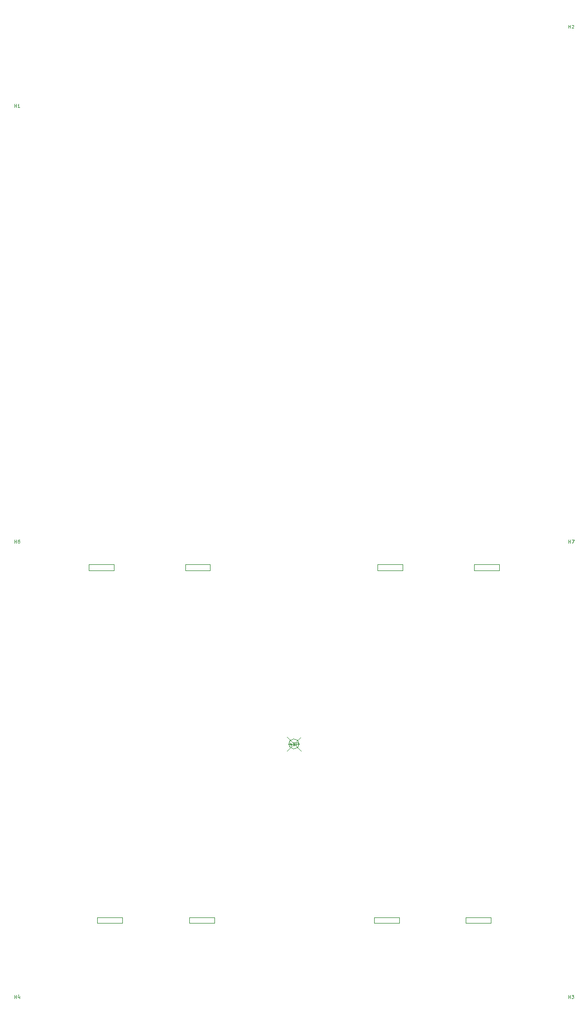
<source format=gbr>
%TF.GenerationSoftware,KiCad,Pcbnew,9.0.4*%
%TF.CreationDate,2025-09-18T15:00:00+02:00*%
%TF.ProjectId,blackpants,626c6163-6b70-4616-9e74-732e6b696361,V2.5*%
%TF.SameCoordinates,Original*%
%TF.FileFunction,AssemblyDrawing,Top*%
%FSLAX46Y46*%
G04 Gerber Fmt 4.6, Leading zero omitted, Abs format (unit mm)*
G04 Created by KiCad (PCBNEW 9.0.4) date 2025-09-18 15:00:00*
%MOMM*%
%LPD*%
G01*
G04 APERTURE LIST*
%ADD10C,0.125000*%
%ADD11C,0.070000*%
%ADD12C,0.100000*%
G04 APERTURE END LIST*
D10*
X116619047Y-30224809D02*
X116619047Y-29724809D01*
X116619047Y-29962904D02*
X116904761Y-29962904D01*
X116904761Y-30224809D02*
X116904761Y-29724809D01*
X117119048Y-29772428D02*
X117142857Y-29748619D01*
X117142857Y-29748619D02*
X117190476Y-29724809D01*
X117190476Y-29724809D02*
X117309524Y-29724809D01*
X117309524Y-29724809D02*
X117357143Y-29748619D01*
X117357143Y-29748619D02*
X117380952Y-29772428D01*
X117380952Y-29772428D02*
X117404762Y-29820047D01*
X117404762Y-29820047D02*
X117404762Y-29867666D01*
X117404762Y-29867666D02*
X117380952Y-29939095D01*
X117380952Y-29939095D02*
X117095238Y-30224809D01*
X117095238Y-30224809D02*
X117404762Y-30224809D01*
X32619047Y-42224809D02*
X32619047Y-41724809D01*
X32619047Y-41962904D02*
X32904761Y-41962904D01*
X32904761Y-42224809D02*
X32904761Y-41724809D01*
X33404762Y-42224809D02*
X33119048Y-42224809D01*
X33261905Y-42224809D02*
X33261905Y-41724809D01*
X33261905Y-41724809D02*
X33214286Y-41796238D01*
X33214286Y-41796238D02*
X33166667Y-41843857D01*
X33166667Y-41843857D02*
X33119048Y-41867666D01*
X116619047Y-108224809D02*
X116619047Y-107724809D01*
X116619047Y-107962904D02*
X116904761Y-107962904D01*
X116904761Y-108224809D02*
X116904761Y-107724809D01*
X117095238Y-107724809D02*
X117428571Y-107724809D01*
X117428571Y-107724809D02*
X117214286Y-108224809D01*
X32619047Y-108224809D02*
X32619047Y-107724809D01*
X32619047Y-107962904D02*
X32904761Y-107962904D01*
X32904761Y-108224809D02*
X32904761Y-107724809D01*
X33357143Y-107724809D02*
X33261905Y-107724809D01*
X33261905Y-107724809D02*
X33214286Y-107748619D01*
X33214286Y-107748619D02*
X33190476Y-107772428D01*
X33190476Y-107772428D02*
X33142857Y-107843857D01*
X33142857Y-107843857D02*
X33119048Y-107939095D01*
X33119048Y-107939095D02*
X33119048Y-108129571D01*
X33119048Y-108129571D02*
X33142857Y-108177190D01*
X33142857Y-108177190D02*
X33166667Y-108201000D01*
X33166667Y-108201000D02*
X33214286Y-108224809D01*
X33214286Y-108224809D02*
X33309524Y-108224809D01*
X33309524Y-108224809D02*
X33357143Y-108201000D01*
X33357143Y-108201000D02*
X33380952Y-108177190D01*
X33380952Y-108177190D02*
X33404762Y-108129571D01*
X33404762Y-108129571D02*
X33404762Y-108010523D01*
X33404762Y-108010523D02*
X33380952Y-107962904D01*
X33380952Y-107962904D02*
X33357143Y-107939095D01*
X33357143Y-107939095D02*
X33309524Y-107915285D01*
X33309524Y-107915285D02*
X33214286Y-107915285D01*
X33214286Y-107915285D02*
X33166667Y-107939095D01*
X33166667Y-107939095D02*
X33142857Y-107962904D01*
X33142857Y-107962904D02*
X33119048Y-108010523D01*
X75619047Y-138962468D02*
X75619047Y-138557706D01*
X75619047Y-138557706D02*
X75595237Y-138510087D01*
X75595237Y-138510087D02*
X75571428Y-138486278D01*
X75571428Y-138486278D02*
X75523809Y-138462468D01*
X75523809Y-138462468D02*
X75428571Y-138462468D01*
X75428571Y-138462468D02*
X75380952Y-138486278D01*
X75380952Y-138486278D02*
X75357142Y-138510087D01*
X75357142Y-138510087D02*
X75333333Y-138557706D01*
X75333333Y-138557706D02*
X75333333Y-138962468D01*
X74833332Y-138462468D02*
X75119046Y-138462468D01*
X74976189Y-138462468D02*
X74976189Y-138962468D01*
X74976189Y-138962468D02*
X75023808Y-138891039D01*
X75023808Y-138891039D02*
X75071427Y-138843420D01*
X75071427Y-138843420D02*
X75119046Y-138819611D01*
X74404761Y-138795801D02*
X74404761Y-138462468D01*
X74523809Y-138986278D02*
X74642856Y-138629135D01*
X74642856Y-138629135D02*
X74333333Y-138629135D01*
X75806547Y-138725594D02*
X74150591Y-138725594D01*
X32619047Y-177224809D02*
X32619047Y-176724809D01*
X32619047Y-176962904D02*
X32904761Y-176962904D01*
X32904761Y-177224809D02*
X32904761Y-176724809D01*
X33357143Y-176891476D02*
X33357143Y-177224809D01*
X33238095Y-176701000D02*
X33119048Y-177058142D01*
X33119048Y-177058142D02*
X33428571Y-177058142D01*
X116619047Y-177224809D02*
X116619047Y-176724809D01*
X116619047Y-176962904D02*
X116904761Y-176962904D01*
X116904761Y-177224809D02*
X116904761Y-176724809D01*
X117095238Y-176724809D02*
X117404762Y-176724809D01*
X117404762Y-176724809D02*
X117238095Y-176915285D01*
X117238095Y-176915285D02*
X117309524Y-176915285D01*
X117309524Y-176915285D02*
X117357143Y-176939095D01*
X117357143Y-176939095D02*
X117380952Y-176962904D01*
X117380952Y-176962904D02*
X117404762Y-177010523D01*
X117404762Y-177010523D02*
X117404762Y-177129571D01*
X117404762Y-177129571D02*
X117380952Y-177177190D01*
X117380952Y-177177190D02*
X117357143Y-177201000D01*
X117357143Y-177201000D02*
X117309524Y-177224809D01*
X117309524Y-177224809D02*
X117166667Y-177224809D01*
X117166667Y-177224809D02*
X117119048Y-177201000D01*
X117119048Y-177201000D02*
X117095238Y-177177190D01*
D11*
%TO.C,D15*%
X45156202Y-164959999D02*
X48956202Y-164959999D01*
X45156202Y-165859999D02*
X45156202Y-164959999D01*
X48956202Y-164959999D02*
X48956202Y-165859999D01*
X48956202Y-165859999D02*
X45156202Y-165859999D01*
%TO.C,D16*%
X59165002Y-164959999D02*
X62965002Y-164959999D01*
X59165002Y-165859999D02*
X59165002Y-164959999D01*
X62965002Y-164959999D02*
X62965002Y-165859999D01*
X62965002Y-165859999D02*
X59165002Y-165859999D01*
%TO.C,D18*%
X101015002Y-164959999D02*
X104815002Y-164959999D01*
X101015002Y-165859999D02*
X101015002Y-164959999D01*
X104815002Y-164959999D02*
X104815002Y-165859999D01*
X104815002Y-165859999D02*
X101015002Y-165859999D01*
%TO.C,D22*%
X102315002Y-111489999D02*
X106115002Y-111489999D01*
X102315002Y-112389999D02*
X102315002Y-111489999D01*
X106115002Y-111489999D02*
X106115002Y-112389999D01*
X106115002Y-112389999D02*
X102315002Y-112389999D01*
%TO.C,D21*%
X87700002Y-111484999D02*
X91500002Y-111484999D01*
X87700002Y-112384999D02*
X87700002Y-111484999D01*
X91500002Y-111484999D02*
X91500002Y-112384999D01*
X91500002Y-112384999D02*
X87700002Y-112384999D01*
D12*
%TO.C,U14*%
X75750000Y-138687278D02*
G75*
G02*
X74250000Y-138687278I-750000J0D01*
G01*
X74250000Y-138687278D02*
G75*
G02*
X75750000Y-138687278I750000J0D01*
G01*
X75750000Y-138687278D02*
G75*
G02*
X74250000Y-138687278I-750000J0D01*
G01*
X74250000Y-138687278D02*
G75*
G02*
X75750000Y-138687278I750000J0D01*
G01*
D11*
%TO.C,D20*%
X58500002Y-111489999D02*
X62300002Y-111489999D01*
X58500002Y-112389999D02*
X58500002Y-111489999D01*
X62300002Y-111489999D02*
X62300002Y-112389999D01*
X62300002Y-112389999D02*
X58500002Y-112389999D01*
%TO.C,D19*%
X43909754Y-111487538D02*
X47709754Y-111487538D01*
X43909754Y-112387538D02*
X43909754Y-111487538D01*
X47709754Y-111487538D02*
X47709754Y-112387538D01*
X47709754Y-112387538D02*
X43909754Y-112387538D01*
%TO.C,D17*%
X87165002Y-164959999D02*
X90965002Y-164959999D01*
X87165002Y-165859999D02*
X87165002Y-164959999D01*
X90965002Y-164959999D02*
X90965002Y-165859999D01*
X90965002Y-165859999D02*
X87165002Y-165859999D01*
%TD*%
D12*
X73952447Y-137641005D02*
X76044998Y-139733550D01*
X73952447Y-139733550D02*
X76044998Y-137641005D01*
M02*

</source>
